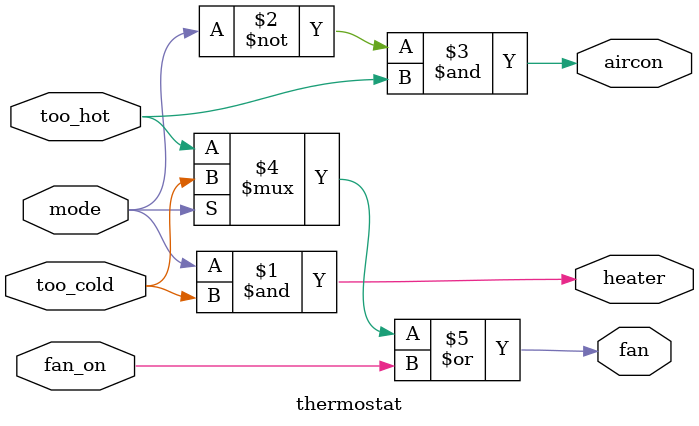
<source format=v>
module thermostat(	// file.cleaned.mlir:2:3
  input  mode,	// file.cleaned.mlir:2:28
         too_cold,	// file.cleaned.mlir:2:43
         too_hot,	// file.cleaned.mlir:2:62
         fan_on,	// file.cleaned.mlir:2:80
  output heater,	// file.cleaned.mlir:2:98
         aircon,	// file.cleaned.mlir:2:115
         fan	// file.cleaned.mlir:2:132
);

  assign heater = mode & too_cold;	// file.cleaned.mlir:6:10, :9:5
  assign aircon = ~mode & too_hot;	// file.cleaned.mlir:7:10, :8:10, :9:5
  assign fan = (mode ? too_cold : too_hot) | fan_on;	// file.cleaned.mlir:4:10, :5:10, :9:5
endmodule


</source>
